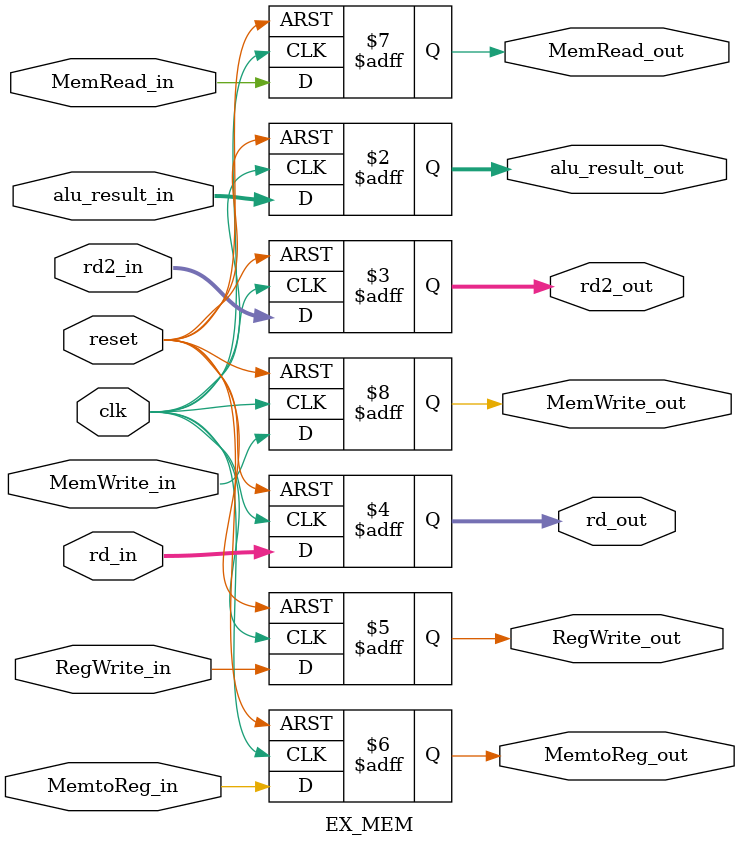
<source format=v>
`timescale 1ns / 1ps


module EX_MEM(input clk, reset,
    input [31:0] alu_result_in, rd2_in,
    input [4:0] rd_in,
    input RegWrite_in, MemtoReg_in, MemRead_in, MemWrite_in,
    output reg [31:0] alu_result_out, rd2_out,
    output reg [4:0] rd_out,
    output reg RegWrite_out, MemtoReg_out, MemRead_out, MemWrite_out);

    always @(posedge clk or posedge reset) begin
        if (reset) begin
            alu_result_out <= 0; rd2_out <= 0; rd_out <= 0;
            RegWrite_out <= 0; MemtoReg_out <= 0; MemRead_out <= 0; MemWrite_out <= 0;
        end else begin
            alu_result_out <= alu_result_in; rd2_out <= rd2_in; rd_out <= rd_in;
            RegWrite_out <= RegWrite_in; MemtoReg_out <= MemtoReg_in;
            MemRead_out <= MemRead_in; MemWrite_out <= MemWrite_in;
        end
    end
endmodule

</source>
